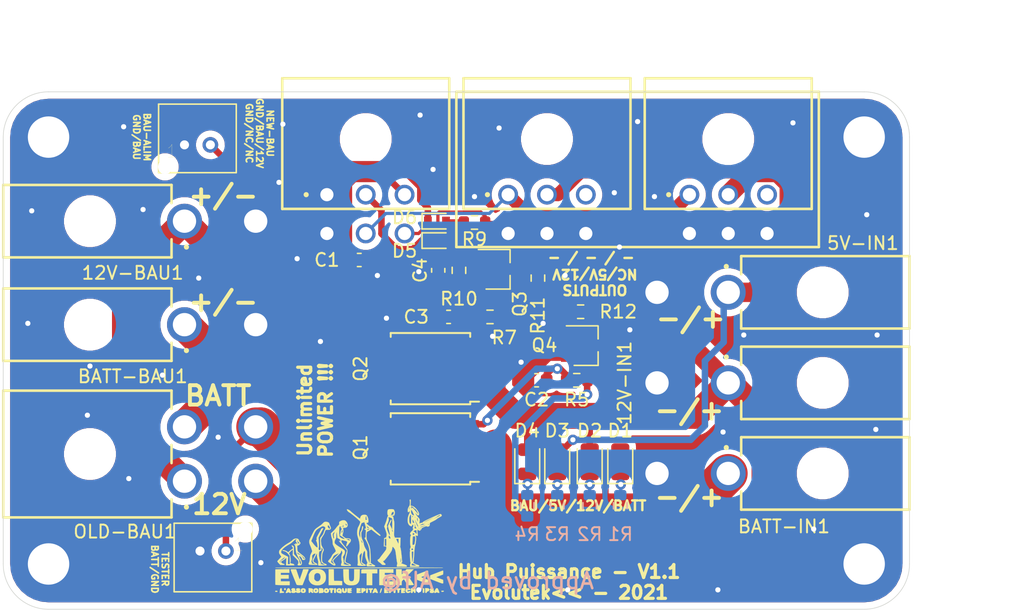
<source format=kicad_pcb>
(kicad_pcb (version 20171130) (host pcbnew "(5.1.8)-1")
  (layers (0 F.Cu signal) (31 B.Cu signal) (34 B.Paste user) (35 F.Paste user) (36 B.SilkS user) (37 F.SilkS user) (38 B.Mask user) (39 F.Mask user) (44 Edge.Cuts user))
  (net 0 "")
  (net 1 /12V-BAU)
  (net 2 GND)
  (net 3 +12V)
  (net 4 +5V)
  (net 5 /BATT-BAU)
  (net 6 +BATT)
  (net 7 "Net-(C2-Pad1)")
  (net 8 "Net-(D1-Pad1)")
  (net 9 "Net-(D2-Pad1)")
  (net 10 "Net-(D3-Pad1)")
  (net 11 "Net-(D4-Pad1)")
  (net 12 /BAU)
  (net 13 "Net-(C3-Pad1)")
  (net 14 "Net-(BAU-ALIM1-Pad2)")
  (net 15 "Net-(C4-Pad1)")
  (net 16 "Net-(D5-Pad1)")
  (net 17 "Net-(Q3-Pad3)")
  (net 18 +12P)
  (module ComponentsEvo:logo-evo-min (layer F.Cu) (at 47.6 55)
    (fp_text reference G*** hide)
    (fp_text value LOGO hide)
  )
  (module MountingHole:MountingHole_3.2mm_M3_DIN965_Pad (layer F.Cu) (at 23.5 23.5)
    (fp_text reference REF** hide)
    (fp_text value MountingHole_3.2mm_M3_DIN965_Pad)
    (pad 1 thru_hole circle (at 0 0) (size 5.6 5.6) (drill 3.2) (layers *.Cu *.Mask) (net 2 GND))
  )
  (module MountingHole:MountingHole_3.2mm_M3_DIN965_Pad (layer F.Cu) (at 23.5 56.5)
    (fp_text reference REF** hide)
    (fp_text value MountingHole_3.2mm_M3_DIN965_Pad)
    (pad 1 thru_hole circle (at 0 0) (size 5.6 5.6) (drill 3.2) (layers *.Cu *.Mask) (net 2 GND))
  )
  (module MountingHole:MountingHole_3.2mm_M3_DIN965_Pad (layer F.Cu) (at 86.5 56.5)
    (fp_text reference REF** hide)
    (fp_text value MountingHole_3.2mm_M3_DIN965_Pad)
    (pad 1 thru_hole circle (at 0 0) (size 5.6 5.6) (drill 3.2) (layers *.Cu *.Mask) (net 2 GND))
  )
  (module MountingHole:MountingHole_3.2mm_M3_DIN965_Pad (layer F.Cu) (at 86.5 23.5)
    (fp_text reference REF** hide)
    (fp_text value MountingHole_3.2mm_M3_DIN965_Pad)
    (pad 1 thru_hole circle (at 0 0) (size 5.6 5.6) (drill 3.2) (layers *.Cu *.Mask) (net 2 GND))
  )
  (module ComponentsEvo:PowerPak-SO8_5.15x6.15mm_Pitch1.27mm (layer F.Cu) (at 53 47.6 180)
    (fp_text reference Q1 (at 5.4 0.1 90) (layer F.SilkS))
    (fp_text value Q_NMOS_SGD)
    (pad 3 smd rect (at 0.68 0 180) (size 3.81 3.81) (layers F.Cu F.Paste F.Mask) (net 5 /BATT-BAU))
    (pad 3 smd rect (at 2.885 -1.905 180) (size 1.7 0.65) (layers F.Cu F.Paste F.Mask) (net 5 /BATT-BAU))
    (pad 3 smd rect (at 2.885 -0.635 180) (size 1.7 0.65) (layers F.Cu F.Paste F.Mask) (net 5 /BATT-BAU))
    (pad 3 smd rect (at 2.885 0.635 180) (size 1.7 0.65) (layers F.Cu F.Paste F.Mask) (net 5 /BATT-BAU))
    (pad 3 smd rect (at 2.885 1.905 180) (size 1.7 0.65) (layers F.Cu F.Paste F.Mask) (net 5 /BATT-BAU))
    (pad 2 smd rect (at -2.885 1.905 180) (size 1.7 0.65) (layers F.Cu F.Paste F.Mask) (net 7 "Net-(C2-Pad1)"))
    (pad 1 smd rect (at -2.885 0.635 180) (size 1.7 0.65) (layers F.Cu F.Paste F.Mask) (net 6 +BATT))
    (pad 1 smd rect (at -2.885 -0.635 180) (size 1.7 0.65) (layers F.Cu F.Paste F.Mask) (net 6 +BATT))
    (pad 1 smd rect (at -2.885 -1.905 180) (size 1.7 0.65) (layers F.Cu F.Paste F.Mask) (net 6 +BATT))
  )
  (module LED_SMD:LED_0805_2012Metric (layer F.Cu) (at 62.792 48.6 90)
    (fp_text reference D3 (at 2.4 0 180) (layer F.SilkS))
    (fp_text value RED)
    (pad 2 smd roundrect (at 0.9375 0 90) (size 0.975 1.4) (layers F.Cu F.Paste F.Mask) (net 4 +5V))
    (pad 1 smd roundrect (at -0.9375 0 90) (size 0.975 1.4) (layers F.Cu F.Paste F.Mask) (net 10 "Net-(D3-Pad1)"))
  )
  (module LED_SMD:LED_0805_2012Metric (layer F.Cu) (at 60.476 48.6 90)
    (fp_text reference D4 (at 2.4 0 180) (layer F.SilkS))
    (fp_text value YELLOW)
    (pad 1 smd roundrect (at -0.9375 0 90) (size 0.975 1.4) (layers F.Cu F.Paste F.Mask) (net 11 "Net-(D4-Pad1)"))
    (pad 2 smd roundrect (at 0.9375 0 90) (size 0.975 1.4) (layers F.Cu F.Paste F.Mask) (net 3 +12V))
  )
  (module Resistor_SMD:R_0603_1608Metric (layer B.Cu) (at 65.3 52 270)
    (fp_text reference R2 (at 2.2 0) (layer B.SilkS) (effects (justify mirror)))
    (fp_text value 510)
    (pad 2 smd roundrect (at 0.825 0 270) (size 0.8 0.95) (layers B.Cu B.Paste B.Mask) (net 2 GND))
    (pad 1 smd roundrect (at -0.825 0 270) (size 0.8 0.95) (layers B.Cu B.Paste B.Mask) (net 9 "Net-(D2-Pad1)"))
  )
  (module Resistor_SMD:R_0603_1608Metric (layer B.Cu) (at 62.792 52 270)
    (fp_text reference R3 (at 2.2 0) (layer B.SilkS) (effects (justify mirror)))
    (fp_text value 150)
    (pad 1 smd roundrect (at -0.825 0 270) (size 0.8 0.95) (layers B.Cu B.Paste B.Mask) (net 10 "Net-(D3-Pad1)"))
    (pad 2 smd roundrect (at 0.825 0 270) (size 0.8 0.95) (layers B.Cu B.Paste B.Mask) (net 2 GND))
  )
  (module Resistor_SMD:R_0603_1608Metric (layer B.Cu) (at 60.476 52 270)
    (fp_text reference R4 (at 2.2 0) (layer B.SilkS) (effects (justify mirror)))
    (fp_text value 510)
    (pad 2 smd roundrect (at 0.825 0 270) (size 0.8 0.95) (layers B.Cu B.Paste B.Mask) (net 12 /BAU))
    (pad 1 smd roundrect (at -0.825 0 270) (size 0.8 0.95) (layers B.Cu B.Paste B.Mask) (net 11 "Net-(D4-Pad1)"))
  )
  (module LED_SMD:LED_0805_2012Metric (layer F.Cu) (at 65.3 48.6 90)
    (fp_text reference D2 (at 2.4 0 180) (layer F.SilkS))
    (fp_text value RED)
    (pad 1 smd roundrect (at -0.9375 0 90) (size 0.975 1.4) (layers F.Cu F.Paste F.Mask) (net 9 "Net-(D2-Pad1)"))
    (pad 2 smd roundrect (at 0.9375 0 90) (size 0.975 1.4) (layers F.Cu F.Paste F.Mask) (net 3 +12V))
  )
  (module LED_SMD:LED_0805_2012Metric (layer F.Cu) (at 67.662 48.6 90)
    (fp_text reference D1 (at 2.4 0 180) (layer F.SilkS))
    (fp_text value RED)
    (pad 2 smd roundrect (at 0.9375 0 90) (size 0.975 1.4) (layers F.Cu F.Paste F.Mask) (net 6 +BATT))
    (pad 1 smd roundrect (at -0.9375 0 90) (size 0.975 1.4) (layers F.Cu F.Paste F.Mask) (net 8 "Net-(D1-Pad1)"))
  )
  (module Resistor_SMD:R_0603_1608Metric (layer B.Cu) (at 67.662 52 270)
    (fp_text reference R1 (at 2.2 0) (layer B.SilkS) (effects (justify mirror)))
    (fp_text value 820)
    (pad 2 smd roundrect (at 0.825 0 270) (size 0.8 0.95) (layers B.Cu B.Paste B.Mask) (net 2 GND))
    (pad 1 smd roundrect (at -0.825 0 270) (size 0.8 0.95) (layers B.Cu B.Paste B.Mask) (net 8 "Net-(D1-Pad1)"))
  )
  (module ComponentsEvo:PowerPak-SO8_5.15x6.15mm_Pitch1.27mm (layer F.Cu) (at 53 41.4 180)
    (fp_text reference Q2 (at 5.4 0 90) (layer F.SilkS))
    (fp_text value Q_NMOS_SGD)
    (pad 1 smd rect (at -2.885 -1.905 180) (size 1.7 0.65) (layers F.Cu F.Paste F.Mask) (net 3 +12V))
    (pad 1 smd rect (at -2.885 -0.635 180) (size 1.7 0.65) (layers F.Cu F.Paste F.Mask) (net 3 +12V))
    (pad 1 smd rect (at -2.885 0.635 180) (size 1.7 0.65) (layers F.Cu F.Paste F.Mask) (net 3 +12V))
    (pad 2 smd rect (at -2.885 1.905 180) (size 1.7 0.65) (layers F.Cu F.Paste F.Mask) (net 13 "Net-(C3-Pad1)"))
    (pad 3 smd rect (at 2.885 1.905 180) (size 1.7 0.65) (layers F.Cu F.Paste F.Mask) (net 1 /12V-BAU))
    (pad 3 smd rect (at 2.885 0.635 180) (size 1.7 0.65) (layers F.Cu F.Paste F.Mask) (net 1 /12V-BAU))
    (pad 3 smd rect (at 2.885 -0.635 180) (size 1.7 0.65) (layers F.Cu F.Paste F.Mask) (net 1 /12V-BAU))
    (pad 3 smd rect (at 2.885 -1.905 180) (size 1.7 0.65) (layers F.Cu F.Paste F.Mask) (net 1 /12V-BAU))
    (pad 3 smd rect (at 0.68 0 180) (size 3.81 3.81) (layers F.Cu F.Paste F.Mask) (net 1 /12V-BAU))
  )
  (module ConnectorsEvo:66200621022 (layer F.Cu) (at 76 24 180)
    (fp_text reference OUT1 hide)
    (fp_text value Conn_01x06_Male)
    (pad 1 thru_hole circle (at 3 -3.95 180) (size 1.53 1.53) (drill 1.02) (layers *.Cu *.Mask) (net 3 +12V))
    (pad 4 thru_hole circle (at 3 -6.95 180) (size 1.53 1.53) (drill 1.02) (layers *.Cu *.Mask) (net 2 GND))
    (pad 2 thru_hole circle (at 0 -3.95 180) (size 1.53 1.53) (drill 1.02) (layers *.Cu *.Mask) (net 4 +5V))
    (pad 5 thru_hole circle (at 0 -6.95 180) (size 1.53 1.53) (drill 1.02) (layers *.Cu *.Mask) (net 2 GND))
    (pad 3 thru_hole circle (at -3 -3.95 180) (size 1.53 1.53) (drill 1.02) (layers *.Cu *.Mask))
    (pad 6 thru_hole circle (at -3 -6.95 180) (size 1.53 1.53) (drill 1.02) (layers *.Cu *.Mask) (net 2 GND))
    (pad None np_thru_hole circle (at 0 0.35 180) (size 3 3) (drill 3) (layers *.Cu *.Mask))
  )
  (module Package_TO_SOT_SMD:TSOT-23 (layer F.Cu) (at 58.2 33.7)
    (fp_text reference Q3 (at 1.7 2.7 270) (layer F.SilkS))
    (fp_text value Q_NMOS_GSD)
    (pad 1 smd rect (at -1.31 -0.95) (size 1.22 0.65) (layers F.Cu F.Paste F.Mask) (net 15 "Net-(C4-Pad1)"))
    (pad 2 smd rect (at -1.31 0.95) (size 1.22 0.65) (layers F.Cu F.Paste F.Mask) (net 2 GND))
    (pad 3 smd rect (at 1.31 0) (size 1.22 0.65) (layers F.Cu F.Paste F.Mask) (net 17 "Net-(Q3-Pad3)"))
  )
  (module Resistor_SMD:R_0603_1608Metric (layer F.Cu) (at 55.2 33.8 90)
    (fp_text reference R10 (at -2.2 0) (layer F.SilkS))
    (fp_text value 1k)
    (pad 1 smd roundrect (at -0.825 0 90) (size 0.8 0.95) (layers F.Cu F.Paste F.Mask) (net 2 GND))
    (pad 2 smd roundrect (at 0.825 0 90) (size 0.8 0.95) (layers F.Cu F.Paste F.Mask) (net 15 "Net-(C4-Pad1)"))
  )
  (module ConnectorsEvo:649002227222 (layer F.Cu) (at 26.5 38 270)
    (fp_text reference BATT-BAU1 (at 4 -3.5 unlocked) (layer F.SilkS))
    (fp_text value Conn_01x02_Male)
    (pad None np_thru_hole circle (at 0 -0.2 270) (size 3 3) (drill 3) (layers *.Cu *.Mask))
    (pad 2 thru_hole circle (at 0 -13 270) (size 2.7 2.7) (drill 1.8) (layers *.Cu *.Mask) (net 2 GND))
    (pad 1 thru_hole circle (at 0 -7.5 270) (size 2.7 2.7) (drill 1.8) (layers *.Cu *.Mask) (net 5 /BATT-BAU))
  )
  (module ConnectorsEvo:649002227222 (layer F.Cu) (at 26.5 30 270)
    (fp_text reference 12V-BAU1 (at 4 -3.5 unlocked) (layer F.SilkS))
    (fp_text value Conn_01x02_Male)
    (pad 1 thru_hole circle (at 0 -7.5 270) (size 2.7 2.7) (drill 1.8) (layers *.Cu *.Mask) (net 1 /12V-BAU))
    (pad 2 thru_hole circle (at 0 -13 270) (size 2.7 2.7) (drill 1.8) (layers *.Cu *.Mask) (net 2 GND))
    (pad None np_thru_hole circle (at 0 -0.2 270) (size 3 3) (drill 3) (layers *.Cu *.Mask))
  )
  (module ConnectorsEvo:649002227222 (layer F.Cu) (at 83.5 42.5 90)
    (fp_text reference 12V-IN1 (at 0 -15.5 90) (layer F.SilkS))
    (fp_text value Conn_01x02_Male)
    (pad None np_thru_hole circle (at 0 -0.2 90) (size 3 3) (drill 3) (layers *.Cu *.Mask))
    (pad 2 thru_hole circle (at 0 -13 90) (size 2.7 2.7) (drill 1.8) (layers *.Cu *.Mask) (net 2 GND))
    (pad 1 thru_hole circle (at 0 -7.5 90) (size 2.7 2.7) (drill 1.8) (layers *.Cu *.Mask) (net 3 +12V))
  )
  (module ConnectorsEvo:649002227222 (layer F.Cu) (at 83.5 35.5 90)
    (fp_text reference 5V-IN1 (at 3.8 2.9 180) (layer F.SilkS))
    (fp_text value Conn_01x02_Male)
    (pad 1 thru_hole circle (at 0 -7.5 90) (size 2.7 2.7) (drill 1.8) (layers *.Cu *.Mask) (net 4 +5V))
    (pad 2 thru_hole circle (at 0 -13 90) (size 2.7 2.7) (drill 1.8) (layers *.Cu *.Mask) (net 2 GND))
    (pad None np_thru_hole circle (at 0 -0.2 90) (size 3 3) (drill 3) (layers *.Cu *.Mask))
  )
  (module ConnectorsEvo:649002227222 (layer F.Cu) (at 83.5 49.5 90)
    (fp_text reference BATT-IN1 (at -4.1 -3.2 180) (layer F.SilkS))
    (fp_text value Conn_01x02_Male)
    (pad None np_thru_hole circle (at 0 -0.2 90) (size 3 3) (drill 3) (layers *.Cu *.Mask))
    (pad 2 thru_hole circle (at 0 -13 90) (size 2.7 2.7) (drill 1.8) (layers *.Cu *.Mask) (net 2 GND))
    (pad 1 thru_hole circle (at 0 -7.5 90) (size 2.7 2.7) (drill 1.8) (layers *.Cu *.Mask) (net 6 +BATT))
  )
  (module Capacitor_SMD:C_0603_1608Metric (layer F.Cu) (at 47.5 33 180)
    (fp_text reference C1 (at 2.5 0) (layer F.SilkS))
    (fp_text value 100nF)
    (pad 2 smd roundrect (at 0.775 0 180) (size 0.9 0.95) (layers F.Cu F.Paste F.Mask) (net 1 /12V-BAU))
    (pad 1 smd roundrect (at -0.775 0 180) (size 0.9 0.95) (layers F.Cu F.Paste F.Mask) (net 2 GND))
  )
  (module Capacitor_SMD:C_0603_1608Metric (layer F.Cu) (at 61.2 42.3 180)
    (fp_text reference C2 (at 0 -1.5) (layer F.SilkS))
    (fp_text value 100nF)
    (pad 1 smd roundrect (at -0.775 0 180) (size 0.9 0.95) (layers F.Cu F.Paste F.Mask) (net 7 "Net-(C2-Pad1)"))
    (pad 2 smd roundrect (at 0.775 0 180) (size 0.9 0.95) (layers F.Cu F.Paste F.Mask) (net 2 GND))
  )
  (module ConnectorsEvo:649004227222 (layer F.Cu) (at 26.5 48 270)
    (fp_text reference OLD-BAU1 (at 6 -2.9 unlocked) (layer F.SilkS))
    (fp_text value Conn_01x04_Male)
    (pad None np_thru_hole circle (at 0 -0.2 270) (size 3 3) (drill 3) (layers *.Cu *.Mask))
    (pad 4 thru_hole circle (at -2.1 -13 270) (size 2.7 2.7) (drill 1.8) (layers *.Cu *.Mask) (net 6 +BATT))
    (pad 2 thru_hole circle (at -2.1 -7.5 270) (size 2.7 2.7) (drill 1.8) (layers *.Cu *.Mask) (net 5 /BATT-BAU))
    (pad 3 thru_hole circle (at 2.1 -13 270) (size 2.7 2.7) (drill 1.8) (layers *.Cu *.Mask) (net 3 +12V))
    (pad 1 thru_hole circle (at 2.1 -7.5 270) (size 2.7 2.7) (drill 1.8) (layers *.Cu *.Mask) (net 1 /12V-BAU))
  )
  (module ConnectorsEvo:66200621022 (layer F.Cu) (at 62 24 180)
    (fp_text reference OUT2 hide)
    (fp_text value Conn_01x06_Male)
    (pad None np_thru_hole circle (at 0 0.35 180) (size 3 3) (drill 3) (layers *.Cu *.Mask))
    (pad 6 thru_hole circle (at -3 -6.95 180) (size 1.53 1.53) (drill 1.02) (layers *.Cu *.Mask) (net 2 GND))
    (pad 3 thru_hole circle (at -3 -3.95 180) (size 1.53 1.53) (drill 1.02) (layers *.Cu *.Mask))
    (pad 5 thru_hole circle (at 0 -6.95 180) (size 1.53 1.53) (drill 1.02) (layers *.Cu *.Mask) (net 2 GND))
    (pad 2 thru_hole circle (at 0 -3.95 180) (size 1.53 1.53) (drill 1.02) (layers *.Cu *.Mask) (net 4 +5V))
    (pad 4 thru_hole circle (at 3 -6.95 180) (size 1.53 1.53) (drill 1.02) (layers *.Cu *.Mask) (net 2 GND))
    (pad 1 thru_hole circle (at 3 -3.95 180) (size 1.53 1.53) (drill 1.02) (layers *.Cu *.Mask) (net 3 +12V))
  )
  (module Resistor_SMD:R_0603_1608Metric (layer F.Cu) (at 64.3 42.3 180)
    (fp_text reference R5 (at 0 -1.5 180) (layer F.SilkS))
    (fp_text value 510)
    (pad 1 smd roundrect (at -0.825 0 180) (size 0.8 0.95) (layers F.Cu F.Paste F.Mask) (net 12 /BAU))
    (pad 2 smd roundrect (at 0.825 0 180) (size 0.8 0.95) (layers F.Cu F.Paste F.Mask) (net 7 "Net-(C2-Pad1)"))
  )
  (module Capacitor_SMD:C_0603_1608Metric (layer F.Cu) (at 54.4 37.4 180)
    (fp_text reference C3 (at 2.5 0) (layer F.SilkS))
    (fp_text value 100nF)
    (pad 1 smd roundrect (at -0.775 0 180) (size 0.9 0.95) (layers F.Cu F.Paste F.Mask) (net 13 "Net-(C3-Pad1)"))
    (pad 2 smd roundrect (at 0.775 0 180) (size 0.9 0.95) (layers F.Cu F.Paste F.Mask) (net 2 GND))
  )
  (module Resistor_SMD:R_0603_1608Metric (layer F.Cu) (at 57.6 37.4 180)
    (fp_text reference R7 (at -1.1 -1.6) (layer F.SilkS))
    (fp_text value 510)
    (pad 2 smd roundrect (at 0.825 0 180) (size 0.8 0.95) (layers F.Cu F.Paste F.Mask) (net 13 "Net-(C3-Pad1)"))
    (pad 1 smd roundrect (at -0.825 0 180) (size 0.8 0.95) (layers F.Cu F.Paste F.Mask) (net 12 /BAU))
  )
  (module ConnectorsEvo:66200621022 (layer F.Cu) (at 48 24 180)
    (fp_text reference NEW-BAU1 hide)
    (fp_text value Conn_01x06_Male)
    (pad None np_thru_hole circle (at 0 0.35 180) (size 3 3) (drill 3) (layers *.Cu *.Mask))
    (pad 6 thru_hole circle (at -3 -6.95 180) (size 1.53 1.53) (drill 1.02) (layers *.Cu *.Mask) (net 18 +12P))
    (pad 3 thru_hole circle (at -3 -3.95 180) (size 1.53 1.53) (drill 1.02) (layers *.Cu *.Mask) (net 1 /12V-BAU))
    (pad 5 thru_hole circle (at 0 -6.95 180) (size 1.53 1.53) (drill 1.02) (layers *.Cu *.Mask) (net 3 +12V))
    (pad 2 thru_hole circle (at 0 -3.95 180) (size 1.53 1.53) (drill 1.02) (layers *.Cu *.Mask) (net 16 "Net-(D5-Pad1)"))
    (pad 4 thru_hole circle (at 3 -6.95 180) (size 1.53 1.53) (drill 1.02) (layers *.Cu *.Mask) (net 2 GND))
    (pad 1 thru_hole circle (at 3 -3.95 180) (size 1.53 1.53) (drill 1.02) (layers *.Cu *.Mask) (net 2 GND))
  )
  (module ConnectorsEvo:B02B-PASK (layer F.Cu) (at 35 24.1 180)
    (fp_text reference BAU-ALIM1 hide)
    (fp_text value Conn_01x02_Male)
    (fp_text user 1 (at 1.968 -0.5) (layer F.SilkS) (effects (font (thickness 0.015))))
    (pad None np_thru_hole circle (at 2.5 -1.7 180) (size 1.1 1.1) (drill 1.1) (layers *.Cu *.Mask))
    (pad 2 thru_hole circle (at -1 0 180) (size 1.208 1.208) (drill 0.7) (layers *.Cu *.Mask) (net 14 "Net-(BAU-ALIM1-Pad2)"))
    (pad 1 thru_hole circle (at 1 0 180) (size 1.208 1.208) (drill 0.7) (layers *.Cu *.Mask B.Adhes) (net 2 GND))
  )
  (module Capacitor_SMD:C_0603_1608Metric (layer F.Cu) (at 53.6 33.8 270)
    (fp_text reference C4 (at 0 1.4 90) (layer F.SilkS))
    (fp_text value 100nF)
    (pad 2 smd roundrect (at 0.775 0 270) (size 0.9 0.95) (layers F.Cu F.Paste F.Mask) (net 2 GND))
    (pad 1 smd roundrect (at -0.775 0 270) (size 0.9 0.95) (layers F.Cu F.Paste F.Mask) (net 15 "Net-(C4-Pad1)"))
  )
  (module Diode_SMD:D_SOD-523 (layer F.Cu) (at 53.5 31.5)
    (fp_text reference D5 (at -2.5 0.8) (layer F.SilkS))
    (fp_text value D)
    (pad 1 smd rect (at -0.7 0 180) (size 0.6 0.7) (layers F.Cu F.Paste F.Mask) (net 16 "Net-(D5-Pad1)"))
    (pad 2 smd rect (at 0.7 0 180) (size 0.6 0.7) (layers F.Cu F.Paste F.Mask) (net 15 "Net-(C4-Pad1)"))
  )
  (module Diode_SMD:D_SOD-523 (layer F.Cu) (at 53.5 30)
    (fp_text reference D6 (at -2.5 -0.3) (layer F.SilkS))
    (fp_text value D)
    (pad 2 smd rect (at 0.7 0 180) (size 0.6 0.7) (layers F.Cu F.Paste F.Mask) (net 15 "Net-(C4-Pad1)"))
    (pad 1 smd rect (at -0.7 0 180) (size 0.6 0.7) (layers F.Cu F.Paste F.Mask) (net 14 "Net-(BAU-ALIM1-Pad2)"))
  )
  (module Resistor_SMD:R_0603_1608Metric (layer F.Cu) (at 56.4 30.1)
    (fp_text reference R9 (at 0 1.3) (layer F.SilkS))
    (fp_text value 1k)
    (pad 2 smd roundrect (at 0.825 0) (size 0.8 0.95) (layers F.Cu F.Paste F.Mask) (net 18 +12P))
    (pad 1 smd roundrect (at -0.825 0) (size 0.8 0.95) (layers F.Cu F.Paste F.Mask) (net 15 "Net-(C4-Pad1)"))
  )
  (module Resistor_SMD:R_0603_1608Metric (layer F.Cu) (at 61.3 34.4 90)
    (fp_text reference R11 (at -2.9 0 90) (layer F.SilkS))
    (fp_text value 1k)
    (pad 1 smd roundrect (at -0.825 0 90) (size 0.8 0.95) (layers F.Cu F.Paste F.Mask) (net 17 "Net-(Q3-Pad3)"))
    (pad 2 smd roundrect (at 0.825 0 90) (size 0.8 0.95) (layers F.Cu F.Paste F.Mask) (net 18 +12P))
  )
  (module ConnectorsEvo:B02B-PASK (layer F.Cu) (at 36.2 55.5)
    (fp_text reference Tester1 hide)
    (fp_text value Conn_01x02_Male)
    (fp_text user 1 (at 1.968 -0.5) (layer F.SilkS) (effects (font (thickness 0.015))))
    (pad 1 thru_hole circle (at 1 0) (size 1.208 1.208) (drill 0.7) (layers *.Cu *.Mask B.Adhes) (net 6 +BATT))
    (pad 2 thru_hole circle (at -1 0) (size 1.208 1.208) (drill 0.7) (layers *.Cu *.Mask) (net 2 GND))
    (pad None np_thru_hole circle (at 2.5 -1.7) (size 1.1 1.1) (drill 1.1) (layers *.Cu *.Mask))
  )
  (module Package_TO_SOT_SMD:TSOT-23 (layer F.Cu) (at 65 39.6)
    (fp_text reference Q4 (at -3.2 0) (layer F.SilkS))
    (fp_text value Q_NMOS_GSD)
    (pad 1 smd rect (at -1.31 -0.95) (size 1.22 0.65) (layers F.Cu F.Paste F.Mask) (net 17 "Net-(Q3-Pad3)"))
    (pad 2 smd rect (at -1.31 0.95) (size 1.22 0.65) (layers F.Cu F.Paste F.Mask) (net 2 GND))
    (pad 3 smd rect (at 1.31 0) (size 1.22 0.65) (layers F.Cu F.Paste F.Mask) (net 12 /BAU))
  )
  (module Resistor_SMD:R_0603_1608Metric (layer F.Cu) (at 64.6 37 180)
    (fp_text reference R12 (at -2.9 0) (layer F.SilkS))
    (fp_text value 1k)
    (pad 2 smd roundrect (at 0.825 0 180) (size 0.8 0.95) (layers F.Cu F.Paste F.Mask) (net 17 "Net-(Q3-Pad3)"))
    (pad 1 smd roundrect (at -0.825 0 180) (size 0.8 0.95) (layers F.Cu F.Paste F.Mask) (net 2 GND))
  )
  (gr_text BAU/5V/12V/BATT (at 64.4 52) (layer F.SilkS) (effects (font (size 0.75 0.75) (thickness 0.1875))))
  (gr_text "TESTER\nBATT/GND" (at 32.1 56.9 270) (layer F.SilkS) (effects (font (size 0.5 0.5) (thickness 0.125))))
  (gr_text "BAU-ALIM\nGND/BAU\n" (at 30.7 23.5 270) (layer F.SilkS) (effects (font (size 0.5 0.5) (thickness 0.125))))
  (gr_text +/- (at 73.1 37.7 180) (layer F.SilkS) (effects (font (size 1.5 1.5) (thickness 0.3))))
  (gr_text "OUTPUTS\nNC/5V/12V\n - / - / -" (at 65.7 34.1 180) (layer F.SilkS) (effects (font (size 0.75 0.75) (thickness 0.1875))))
  (gr_text "NEW-BAU\nGND/BAU/12V\nGND/NC/NC" (at 39.8 23.2 270) (layer F.SilkS) (effects (font (size 0.5 0.5) (thickness 0.125))))
  (gr_text +/- (at 73 51.5 180) (layer F.SilkS) (effects (font (size 1.5 1.5) (thickness 0.3))))
  (gr_text +/- (at 73 44.8 180) (layer F.SilkS) (effects (font (size 1.5 1.5) (thickness 0.3))))
  (gr_text 12V (at 36.7 51.9) (layer F.SilkS) (effects (font (size 1.5 1.5) (thickness 0.3))))
  (gr_text BATT (at 36.6 43.5) (layer F.SilkS) (effects (font (size 1.5 1.5) (thickness 0.3))))
  (gr_text +/- (at 37 36.2) (layer F.SilkS) (effects (font (size 1.5 1.5) (thickness 0.3))))
  (gr_text +/- (at 37 28) (layer F.SilkS) (effects (font (size 1.5 1.5) (thickness 0.3))))
  (gr_text "Approved by Alf@" (at 57.4 57.8) (layer B.SilkS) (effects (font (size 1.25 1.25) (thickness 0.2)) (justify mirror)))
  (gr_text "Unlimited\nPOWER !!!" (at 44.1 44.6 90) (layer F.SilkS) (effects (font (size 1 1) (thickness 0.25))))
  (gr_text "Hub Puissance - V1.1\nEvolutek<< - 2021" (at 63.7 57.9) (layer F.SilkS) (effects (font (size 1 1) (thickness 0.25))))
  (gr_line (start 55 20) (end 83 20) (layer F.SilkS) (width 0.2))
  (gr_line (start 55 32) (end 55 20) (layer F.SilkS) (width 0.2))
  (gr_line (start 83 32) (end 55 32) (layer F.SilkS) (width 0.2))
  (gr_line (start 83 20) (end 83 32) (layer F.SilkS) (width 0.2))
  (gr_arc (start 23.5 56.5) (end 20 56.5) (angle -90) (layer Edge.Cuts) (width 0.05))
  (gr_arc (start 23.5 23.5) (end 23.5 20) (angle -90) (layer Edge.Cuts) (width 0.05))
  (gr_arc (start 86.5 23.5) (end 90 23.5) (angle -90) (layer Edge.Cuts) (width 0.05))
  (gr_arc (start 86.5 56.5) (end 86.5 60) (angle -90) (layer Edge.Cuts) (width 0.05))
  (gr_line (start 20 56.5) (end 20 23.5) (layer Edge.Cuts) (width 0.05))
  (gr_line (start 86.5 60) (end 23.5 60) (layer Edge.Cuts) (width 0.05))
  (gr_line (start 90 23.5) (end 90 56.5) (layer Edge.Cuts) (width 0.05))
  (gr_line (start 23.5 20) (end 86.5 20) (layer Edge.Cuts) (width 0.05))
  (segment (start 29.400001 45.500001) (end 34 50.1) (width 2) (layer F.Cu) (net 1))
  (segment (start 29.400001 34.599999) (end 29.400001 45.500001) (width 2) (layer F.Cu) (net 1))
  (segment (start 34 30) (end 29.400001 34.599999) (width 2) (layer F.Cu) (net 1))
  (segment (start 39.100001 35.100001) (end 43.800001 35.100001) (width 2) (layer F.Cu) (net 1))
  (segment (start 34 30) (end 39.100001 35.100001) (width 2) (layer F.Cu) (net 1))
  (segment (start 43.800001 35.100001) (end 48.1 39.4) (width 2) (layer F.Cu) (net 1))
  (segment (start 48.195 39.495) (end 48.1 39.4) (width 1.5) (layer F.Cu) (net 1))
  (segment (start 50.115 39.495) (end 48.195 39.495) (width 1.5) (layer F.Cu) (net 1))
  (segment (start 48.135 40.765) (end 48.1 40.8) (width 1.5) (layer F.Cu) (net 1))
  (segment (start 50.115 40.765) (end 48.135 40.765) (width 1.5) (layer F.Cu) (net 1))
  (segment (start 48.1 40.8) (end 48.1 43) (width 2) (layer F.Cu) (net 1))
  (segment (start 48.1 39.4) (end 48.1 40.8) (width 2) (layer F.Cu) (net 1))
  (segment (start 49.335 42.035) (end 48.1 40.8) (width 1.5) (layer F.Cu) (net 1))
  (segment (start 50.115 42.035) (end 49.335 42.035) (width 1.5) (layer F.Cu) (net 1))
  (segment (start 48.405 43.305) (end 48.1 43) (width 1.5) (layer F.Cu) (net 1))
  (segment (start 50.115 43.305) (end 48.405 43.305) (width 1.5) (layer F.Cu) (net 1))
  (segment (start 51.72 40.8) (end 52.32 41.4) (width 1.5) (layer F.Cu) (net 1))
  (segment (start 48.1 40.8) (end 51.72 40.8) (width 1.5) (layer F.Cu) (net 1))
  (segment (start 46.7 32.975) (end 46.725 33) (width 0.5) (layer F.Cu) (net 1))
  (segment (start 46.7 27.169998) (end 46.7 32.975) (width 0.5) (layer F.Cu) (net 1))
  (segment (start 47.134999 26.734999) (end 46.7 27.169998) (width 0.5) (layer F.Cu) (net 1))
  (segment (start 49.784999 26.734999) (end 47.134999 26.734999) (width 0.5) (layer F.Cu) (net 1))
  (segment (start 51 27.95) (end 49.784999 26.734999) (width 0.5) (layer F.Cu) (net 1))
  (segment (start 44.624999 35.100001) (end 43.800001 35.100001) (width 0.5) (layer F.Cu) (net 1))
  (segment (start 46.725 33) (end 44.624999 35.100001) (width 0.5) (layer F.Cu) (net 1))
  (via (at 48.9 34.2) (size 0.8) (drill 0.4) (layers F.Cu B.Cu) (net 2))
  (via (at 56.4 28.1) (size 0.8) (drill 0.4) (layers F.Cu B.Cu) (net 2))
  (via (at 53.2 26) (size 0.8) (drill 0.4) (layers F.Cu B.Cu) (net 2))
  (via (at 63.4 34.2) (size 0.8) (drill 0.4) (layers F.Cu B.Cu) (net 2))
  (via (at 70.3 28.1) (size 0.8) (drill 0.4) (layers F.Cu B.Cu) (net 2))
  (via (at 67.2 27.8) (size 0.8) (drill 0.4) (layers F.Cu B.Cu) (net 2))
  (via (at 69 22.3) (size 0.8) (drill 0.4) (layers F.Cu B.Cu) (net 2))
  (via (at 81 22.4) (size 0.8) (drill 0.4) (layers F.Cu B.Cu) (net 2))
  (via (at 86.7 29.5) (size 0.8) (drill 0.4) (layers F.Cu B.Cu) (net 2))
  (via (at 77.2 38.8) (size 0.8) (drill 0.4) (layers F.Cu B.Cu) (net 2))
  (via (at 87.5 38.8) (size 0.8) (drill 0.4) (layers F.Cu B.Cu) (net 2))
  (via (at 87.4 46.1) (size 0.8) (drill 0.4) (layers F.Cu B.Cu) (net 2))
  (via (at 75.2 58.5) (size 0.8) (drill 0.4) (layers F.Cu B.Cu) (net 2))
  (via (at 63.6 58.5) (size 0.8) (drill 0.4) (layers F.Cu B.Cu) (net 2))
  (via (at 52.1 58.5) (size 0.8) (drill 0.4) (layers F.Cu B.Cu) (net 2))
  (via (at 39.9 56.4) (size 0.8) (drill 0.4) (layers F.Cu B.Cu) (net 2))
  (via (at 29.7 49.9) (size 0.8) (drill 0.4) (layers F.Cu B.Cu) (net 2))
  (via (at 26.5 45) (size 0.8) (drill 0.4) (layers F.Cu B.Cu) (net 2))
  (via (at 26.7 41.2) (size 0.8) (drill 0.4) (layers F.Cu B.Cu) (net 2))
  (via (at 21.9 37.9) (size 0.8) (drill 0.4) (layers F.Cu B.Cu) (net 2))
  (via (at 22.2 29.2) (size 0.8) (drill 0.4) (layers F.Cu B.Cu) (net 2))
  (via (at 30.8 29.1) (size 0.8) (drill 0.4) (layers F.Cu B.Cu) (net 2))
  (via (at 41.6 22.5) (size 0.8) (drill 0.4) (layers F.Cu B.Cu) (net 2))
  (via (at 42.7 32.9) (size 0.8) (drill 0.4) (layers F.Cu B.Cu) (net 2))
  (via (at 41.3 27) (size 0.8) (drill 0.4) (layers F.Cu B.Cu) (net 2))
  (via (at 52.2 21.8) (size 0.8) (drill 0.4) (layers F.Cu B.Cu) (net 2))
  (via (at 58.3 22.8) (size 0.8) (drill 0.4) (layers F.Cu B.Cu) (net 2))
  (via (at 32.3 41.9) (size 0.8) (drill 0.4) (layers F.Cu B.Cu) (net 2))
  (via (at 35.1 34.4) (size 0.8) (drill 0.4) (layers F.Cu B.Cu) (net 2))
  (segment (start 59 31.175) (end 59 30.95) (width 0.5) (layer F.Cu) (net 2))
  (segment (start 55.15 34.575) (end 55.2 34.625) (width 0.5) (layer F.Cu) (net 2))
  (segment (start 53.6 34.575) (end 55.15 34.575) (width 0.5) (layer F.Cu) (net 2))
  (segment (start 56.865 34.625) (end 56.89 34.65) (width 0.5) (layer F.Cu) (net 2))
  (segment (start 55.2 34.625) (end 56.865 34.625) (width 0.5) (layer F.Cu) (net 2))
  (segment (start 59 32.54) (end 59 30.95) (width 0.5) (layer F.Cu) (net 2))
  (segment (start 56.89 34.65) (end 59 32.54) (width 0.5) (layer F.Cu) (net 2))
  (via (at 52.1 33.9) (size 0.8) (drill 0.4) (layers F.Cu B.Cu) (net 2))
  (via (at 75.6 46.3) (size 0.8) (drill 0.4) (layers F.Cu B.Cu) (net 2))
  (via (at 29.3 22.7) (size 0.8) (drill 0.4) (layers F.Cu B.Cu) (net 2))
  (via (at 36.6 46.7) (size 0.8) (drill 0.4) (layers F.Cu B.Cu) (net 2))
  (via (at 68.4 38.4) (size 0.8) (drill 0.4) (layers F.Cu B.Cu) (net 2))
  (segment (start 53.625 34.6) (end 53.6 34.575) (width 0.5) (layer F.Cu) (net 2))
  (segment (start 53.625 37.4) (end 53.625 34.6) (width 0.5) (layer F.Cu) (net 2))
  (segment (start 62.175 40.55) (end 63.69 40.55) (width 0.5) (layer F.Cu) (net 2))
  (segment (start 60.425 42.3) (end 62.175 40.55) (width 0.5) (layer F.Cu) (net 2))
  (via (at 60 40.9) (size 0.8) (drill 0.4) (layers F.Cu B.Cu) (net 2))
  (via (at 57.8 38.9) (size 0.8) (drill 0.4) (layers F.Cu B.Cu) (net 2))
  (via (at 49.6 37.5) (size 0.8) (drill 0.4) (layers F.Cu B.Cu) (net 2))
  (via (at 61.7 37.9) (size 0.8) (drill 0.4) (layers F.Cu B.Cu) (net 2))
  (via (at 82.6 53.8) (size 0.8) (drill 0.4) (layers F.Cu B.Cu) (net 2))
  (via (at 44.5 39.3) (size 0.8) (drill 0.4) (layers F.Cu B.Cu) (net 2))
  (via (at 67.6 32) (size 0.8) (drill 0.4) (layers F.Cu B.Cu) (net 2))
  (segment (start 72.800001 39.300001) (end 72.800001 34.395999) (width 1.5) (layer F.Cu) (net 3))
  (segment (start 76 42.5) (end 72.800001 39.300001) (width 1.5) (layer F.Cu) (net 3))
  (segment (start 76 42.5) (end 73.449999 45.050001) (width 2) (layer F.Cu) (net 3))
  (segment (start 59.550001 45.050001) (end 57.8 43.3) (width 2) (layer F.Cu) (net 3))
  (segment (start 57.465 40.765) (end 57.8 41.1) (width 1) (layer F.Cu) (net 3))
  (segment (start 55.885 40.765) (end 57.465 40.765) (width 1) (layer F.Cu) (net 3))
  (segment (start 57.735 42.035) (end 57.8 42.1) (width 1) (layer F.Cu) (net 3))
  (segment (start 55.885 42.035) (end 57.735 42.035) (width 1) (layer F.Cu) (net 3))
  (segment (start 57.8 42.1) (end 57.8 41.1) (width 2) (layer F.Cu) (net 3))
  (segment (start 57.8 43.3) (end 57.8 42.1) (width 2) (layer F.Cu) (net 3))
  (segment (start 57.795 43.305) (end 57.8 43.3) (width 1) (layer F.Cu) (net 3))
  (segment (start 55.885 43.305) (end 57.795 43.305) (width 1) (layer F.Cu) (net 3))
  (segment (start 65.3 45.5) (end 64.850001 45.050001) (width 0.5) (layer F.Cu) (net 3))
  (segment (start 65.3 47.6625) (end 65.3 45.5) (width 0.5) (layer F.Cu) (net 3))
  (segment (start 64.850001 45.050001) (end 59.550001 45.050001) (width 2) (layer F.Cu) (net 3))
  (segment (start 73.449999 45.050001) (end 64.850001 45.050001) (width 2) (layer F.Cu) (net 3))
  (segment (start 60.476 45.976) (end 59.550001 45.050001) (width 0.5) (layer F.Cu) (net 3))
  (segment (start 60.476 47.6625) (end 60.476 45.976) (width 0.5) (layer F.Cu) (net 3))
  (segment (start 76.1 42.5) (end 76 42.5) (width 2) (layer F.Cu) (net 3))
  (segment (start 78.8 51.1) (end 78.8 45.2) (width 2) (layer F.Cu) (net 3))
  (segment (start 74.3 55.6) (end 78.8 51.1) (width 2) (layer F.Cu) (net 3))
  (segment (start 44.8 55.6) (end 74.3 55.6) (width 2) (layer F.Cu) (net 3))
  (segment (start 39.5 50.3) (end 44.8 55.6) (width 2) (layer F.Cu) (net 3))
  (segment (start 78.8 45.2) (end 76.1 42.5) (width 2) (layer F.Cu) (net 3))
  (segment (start 39.5 50.1) (end 39.5 50.3) (width 2) (layer F.Cu) (net 3))
  (segment (start 71.534999 32.665001) (end 71.302001 32.897999) (width 1) (layer F.Cu) (net 3))
  (segment (start 72.800001 34.395999) (end 71.302001 32.897999) (width 1.5) (layer F.Cu) (net 3))
  (segment (start 59 27.95) (end 60.534999 29.484999) (width 1) (layer F.Cu) (net 3))
  (segment (start 71.284999 32.880997) (end 71.302001 32.897999) (width 1.5) (layer F.Cu) (net 3))
  (segment (start 71.284999 30.126799) (end 71.284999 32.880997) (width 1.5) (layer F.Cu) (net 3))
  (segment (start 71.284999 29.665001) (end 73 27.95) (width 1) (layer F.Cu) (net 3))
  (segment (start 71.284999 30.126799) (end 71.284999 29.665001) (width 1) (layer F.Cu) (net 3))
  (segment (start 67.684999 29.484999) (end 60.534999 29.484999) (width 1) (layer F.Cu) (net 3))
  (segment (start 68.326799 30.126799) (end 67.684999 29.484999) (width 1) (layer F.Cu) (net 3))
  (segment (start 71.284999 30.126799) (end 68.326799 30.126799) (width 1) (layer F.Cu) (net 3))
  (segment (start 49.55 29.4) (end 57.55 29.4) (width 0.25) (layer B.Cu) (net 3))
  (segment (start 57.55 29.4) (end 59 27.95) (width 0.25) (layer B.Cu) (net 3))
  (segment (start 48 30.95) (end 49.55 29.4) (width 0.25) (layer B.Cu) (net 3))
  (segment (start 63.292 47.6625) (end 63.292 47.592) (width 0.25) (layer F.Cu) (net 4))
  (via (at 64 46.9) (size 0.8) (drill 0.4) (layers F.Cu B.Cu) (net 4))
  (segment (start 63.2375 47.6625) (end 64 46.9) (width 0.5) (layer F.Cu) (net 4))
  (segment (start 62.792 47.6625) (end 63.2375 47.6625) (width 0.5) (layer F.Cu) (net 4))
  (segment (start 75.649999 35.850001) (end 76 35.5) (width 0.5) (layer B.Cu) (net 4))
  (segment (start 74.199999 40.800001) (end 75.649999 39.350001) (width 0.5) (layer B.Cu) (net 4))
  (segment (start 74.199999 45.800001) (end 74.199999 40.800001) (width 0.5) (layer B.Cu) (net 4))
  (segment (start 75.649999 39.350001) (end 75.649999 35.850001) (width 0.5) (layer B.Cu) (net 4))
  (segment (start 73.1 46.9) (end 74.199999 45.800001) (width 0.5) (layer B.Cu) (net 4))
  (segment (start 64 46.9) (end 73.1 46.9) (width 0.5) (layer B.Cu) (net 4))
  (segment (start 77.909188 35.5) (end 76 35.5) (width 1.5) (layer F.Cu) (net 4))
  (segment (start 80.715001 32.694187) (end 77.909188 35.5) (width 1.5) (layer F.Cu) (net 4))
  (segment (start 80.715001 27.126799) (end 80.715001 32.694187) (width 1.5) (layer F.Cu) (net 4))
  (segment (start 79.823201 26.234999) (end 80.715001 27.126799) (width 1.5) (layer F.Cu) (net 4))
  (segment (start 77.715001 26.234999) (end 79.823201 26.234999) (width 1.5) (layer F.Cu) (net 4))
  (segment (start 76 27.95) (end 77.715001 26.234999) (width 1.5) (layer F.Cu) (net 4))
  (segment (start 77.680002 26.2) (end 77.715001 26.234999) (width 1) (layer F.Cu) (net 4))
  (segment (start 64.6 26.2) (end 77.680002 26.2) (width 1) (layer F.Cu) (net 4))
  (segment (start 62.85 27.95) (end 64.6 26.2) (width 1) (layer F.Cu) (net 4))
  (segment (start 62 27.95) (end 62.85 27.95) (width 1) (layer F.Cu) (net 4))
  (segment (start 36.800001 40.800001) (end 34 38) (width 2.5) (layer F.Cu) (net 5))
  (segment (start 34 45.9) (end 36.800001 43.099999) (width 2.5) (layer F.Cu) (net 5))
  (segment (start 36.800001 41.199999) (end 36.800001 40.800001) (width 2.5) (layer F.Cu) (net 5))
  (segment (start 36.800001 43.099999) (end 36.800001 41.199999) (width 2.5) (layer F.Cu) (net 5))
  (segment (start 36.800001 40.800001) (end 39.900001 40.800001) (width 2.5) (layer F.Cu) (net 5))
  (segment (start 39.900001 40.800001) (end 44.8 45.7) (width 2.5) (layer F.Cu) (net 5))
  (segment (start 44.8 45.7) (end 48.2 45.7) (width 2.5) (layer F.Cu) (net 5))
  (segment (start 48.205 45.695) (end 48.2 45.7) (width 1.5) (layer F.Cu) (net 5))
  (segment (start 50.115 45.695) (end 48.205 45.695) (width 1.5) (layer F.Cu) (net 5))
  (segment (start 48.265 46.965) (end 48.2 46.9) (width 1.5) (layer F.Cu) (net 5))
  (segment (start 48.2 46.9) (end 48.2 49.2) (width 2.5) (layer F.Cu) (net 5))
  (segment (start 50.115 46.965) (end 48.265 46.965) (width 1.5) (layer F.Cu) (net 5))
  (segment (start 48.2 45.7) (end 48.2 46.9) (width 2.5) (layer F.Cu) (net 5))
  (segment (start 49.535 48.235) (end 48.2 46.9) (width 1.5) (layer F.Cu) (net 5))
  (segment (start 50.115 48.235) (end 49.535 48.235) (width 1.5) (layer F.Cu) (net 5))
  (segment (start 48.505 49.505) (end 48.2 49.2) (width 1.5) (layer F.Cu) (net 5))
  (segment (start 50.115 49.505) (end 48.505 49.505) (width 1.5) (layer F.Cu) (net 5))
  (segment (start 48.9 47.6) (end 48.2 46.9) (width 1.5) (layer F.Cu) (net 5))
  (segment (start 52.32 47.6) (end 48.9 47.6) (width 1.5) (layer F.Cu) (net 5))
  (segment (start 37.2 48.2) (end 39.5 45.9) (width 0.5) (layer F.Cu) (net 6))
  (segment (start 37.2 55.5) (end 37.2 48.2) (width 0.5) (layer F.Cu) (net 6))
  (segment (start 72.949999 52.550001) (end 76 49.5) (width 3) (layer F.Cu) (net 6))
  (segment (start 39.9 45.9) (end 46.550001 52.550001) (width 3) (layer F.Cu) (net 6))
  (segment (start 39.5 45.9) (end 39.9 45.9) (width 3) (layer F.Cu) (net 6))
  (segment (start 46.550001 52.550001) (end 58.049999 52.550001) (width 3) (layer F.Cu) (net 6))
  (segment (start 57.664998 46.965) (end 58.049999 47.350001) (width 1) (layer F.Cu) (net 6))
  (segment (start 55.885 46.965) (end 57.664998 46.965) (width 1) (layer F.Cu) (net 6))
  (segment (start 57.165 48.235) (end 58.049999 47.350001) (width 1) (layer F.Cu) (net 6))
  (segment (start 55.885 48.235) (end 57.165 48.235) (width 1) (layer F.Cu) (net 6))
  (segment (start 57.595 49.505) (end 58.049999 49.050001) (width 1) (layer F.Cu) (net 6))
  (segment (start 55.885 49.505) (end 57.595 49.505) (width 1) (layer F.Cu) (net 6))
  (segment (start 58.049999 49.050001) (end 58.049999 47.350001) (width 2.5) (layer F.Cu) (net 6))
  (segment (start 58.049999 52.550001) (end 58.049999 49.050001) (width 2.5) (layer F.Cu) (net 6))
  (segment (start 66.51199 48.81251) (end 66.51199 52.31199) (width 0.5) (layer F.Cu) (net 6))
  (segment (start 66.51199 52.31199) (end 66.750001 52.550001) (width 0.5) (layer F.Cu) (net 6))
  (segment (start 67.662 47.6625) (end 66.51199 48.81251) (width 0.5) (layer F.Cu) (net 6))
  (segment (start 66.750001 52.550001) (end 72.949999 52.550001) (width 3) (layer F.Cu) (net 6))
  (segment (start 58.049999 52.550001) (end 66.750001 52.550001) (width 3) (layer F.Cu) (net 6))
  (via (at 57.4 45.4) (size 0.8) (drill 0.4) (layers F.Cu B.Cu) (net 7))
  (segment (start 57.105 45.695) (end 57.4 45.4) (width 0.5) (layer F.Cu) (net 7))
  (segment (start 55.885 45.695) (end 57.105 45.695) (width 0.5) (layer F.Cu) (net 7))
  (via (at 62.797641 41.404424) (size 0.8) (drill 0.4) (layers F.Cu B.Cu) (net 7))
  (segment (start 63.004424 41.404424) (end 62.797641 41.404424) (width 0.5) (layer F.Cu) (net 7))
  (segment (start 63.475 41.875) (end 63.004424 41.404424) (width 0.5) (layer F.Cu) (net 7))
  (segment (start 63.475 42.3) (end 63.475 41.875) (width 0.5) (layer F.Cu) (net 7))
  (segment (start 62.395576 41.404424) (end 62.797641 41.404424) (width 0.5) (layer F.Cu) (net 7))
  (segment (start 61.975 41.825) (end 62.395576 41.404424) (width 0.5) (layer F.Cu) (net 7))
  (segment (start 61.975 42.3) (end 61.975 41.825) (width 0.5) (layer F.Cu) (net 7))
  (segment (start 61.195576 41.404424) (end 62.797641 41.404424) (width 0.5) (layer B.Cu) (net 7))
  (segment (start 57.4 45.2) (end 61.195576 41.404424) (width 0.5) (layer B.Cu) (net 7))
  (segment (start 57.4 45.4) (end 57.4 45.2) (width 0.5) (layer B.Cu) (net 7))
  (segment (start 67.7 51.137) (end 67.662 51.175) (width 0.25) (layer B.Cu) (net 8))
  (segment (start 67.7 50.35) (end 67.7 51.137) (width 0.25) (layer B.Cu) (net 8))
  (segment (start 67.662 50.312) (end 67.7 50.35) (width 0.25) (layer F.Cu) (net 8))
  (segment (start 67.662 49.5375) (end 67.662 50.312) (width 0.25) (layer F.Cu) (net 8))
  (via (at 67.7 50.35) (size 0.8) (drill 0.4) (layers F.Cu B.Cu) (net 8))
  (segment (start 65.3 50.35) (end 65.3 51.175) (width 0.25) (layer B.Cu) (net 9))
  (segment (start 65.3 49.5375) (end 65.3 50.35) (width 0.25) (layer F.Cu) (net 9))
  (via (at 65.3 50.35) (size 0.8) (drill 0.4) (layers F.Cu B.Cu) (net 9))
  (segment (start 62.8 51.167) (end 62.792 51.175) (width 0.25) (layer B.Cu) (net 10))
  (segment (start 62.8 50.35) (end 62.8 51.167) (width 0.25) (layer B.Cu) (net 10))
  (segment (start 62.792 49.5375) (end 62.792 50.342) (width 0.25) (layer F.Cu) (net 10))
  (segment (start 62.792 50.342) (end 62.8 50.35) (width 0.25) (layer F.Cu) (net 10))
  (via (at 62.8 50.35) (size 0.8) (drill 0.4) (layers F.Cu B.Cu) (net 10))
  (segment (start 60.5 50.3) (end 60.5 51.151) (width 0.25) (layer B.Cu) (net 11))
  (segment (start 60.476 49.5375) (end 60.476 50.276) (width 0.25) (layer F.Cu) (net 11))
  (segment (start 60.5 51.151) (end 60.476 51.175) (width 0.25) (layer B.Cu) (net 11))
  (segment (start 60.476 50.276) (end 60.5 50.3) (width 0.25) (layer F.Cu) (net 11))
  (via (at 60.5 50.3) (size 0.8) (drill 0.4) (layers F.Cu B.Cu) (net 11))
  (segment (start 60.625 39.6) (end 58.425 37.4) (width 0.5) (layer F.Cu) (net 12))
  (segment (start 66.31 39.6) (end 60.625 39.6) (width 0.5) (layer F.Cu) (net 12))
  (segment (start 66.31 41.115) (end 65.125 42.3) (width 0.5) (layer F.Cu) (net 12))
  (segment (start 66.31 39.6) (end 66.31 41.115) (width 0.5) (layer F.Cu) (net 12))
  (via (at 65.1 43.4) (size 0.8) (drill 0.4) (layers F.Cu B.Cu) (net 12))
  (segment (start 65.1 42.325) (end 65.125 42.3) (width 0.5) (layer F.Cu) (net 12))
  (segment (start 65.1 43.4) (end 65.1 42.325) (width 0.5) (layer F.Cu) (net 12))
  (segment (start 62.5 43.7) (end 64.8 43.7) (width 0.5) (layer B.Cu) (net 12))
  (segment (start 59.55099 46.64901) (end 62.5 43.7) (width 0.5) (layer B.Cu) (net 12))
  (segment (start 64.8 43.7) (end 65.1 43.4) (width 0.5) (layer B.Cu) (net 12))
  (segment (start 59.55099 51.89999) (end 59.55099 46.64901) (width 0.5) (layer B.Cu) (net 12))
  (segment (start 60.476 52.825) (end 59.55099 51.89999) (width 0.5) (layer B.Cu) (net 12))
  (segment (start 56 37.4) (end 56 39.38) (width 0.5) (layer F.Cu) (net 13))
  (segment (start 56.775 37.4) (end 56 37.4) (width 0.5) (layer F.Cu) (net 13))
  (segment (start 56 39.38) (end 55.885 39.495) (width 0.5) (layer F.Cu) (net 13))
  (segment (start 56 37.4) (end 55.175 37.4) (width 0.5) (layer F.Cu) (net 13))
  (segment (start 37.500001 25.600001) (end 36 24.1) (width 0.5) (layer F.Cu) (net 14))
  (segment (start 50.448203 25.600001) (end 37.500001 25.600001) (width 0.5) (layer F.Cu) (net 14))
  (segment (start 52.215001 27.366799) (end 50.448203 25.600001) (width 0.5) (layer F.Cu) (net 14))
  (segment (start 52.215001 28.373003) (end 52.215001 27.366799) (width 0.5) (layer F.Cu) (net 14))
  (segment (start 52.8 28.958002) (end 52.215001 28.373003) (width 0.5) (layer F.Cu) (net 14))
  (segment (start 52.8 30) (end 52.8 28.958002) (width 0.5) (layer F.Cu) (net 14))
  (segment (start 54.2 30.1) (end 55.575 30.1) (width 0.5) (layer F.Cu) (net 15))
  (segment (start 54.2 31.5) (end 54.2 30) (width 0.5) (layer F.Cu) (net 15))
  (segment (start 53.6 32.1) (end 54.2 31.5) (width 0.5) (layer F.Cu) (net 15))
  (segment (start 53.6 33.025) (end 53.6 32.1) (width 0.5) (layer F.Cu) (net 15))
  (segment (start 53.65 32.975) (end 53.6 33.025) (width 0.5) (layer F.Cu) (net 15))
  (segment (start 55.2 32.975) (end 53.65 32.975) (width 0.5) (layer F.Cu) (net 15))
  (segment (start 56.665 32.975) (end 56.89 32.75) (width 0.5) (layer F.Cu) (net 15))
  (segment (start 55.2 32.975) (end 56.665 32.975) (width 0.5) (layer F.Cu) (net 15))
  (segment (start 49.215001 29.165001) (end 48 27.95) (width 0.5) (layer F.Cu) (net 16))
  (segment (start 49.215001 30.963203) (end 49.215001 29.165001) (width 0.5) (layer F.Cu) (net 16))
  (segment (start 50.416799 32.165001) (end 49.215001 30.963203) (width 0.5) (layer F.Cu) (net 16))
  (segment (start 51.634999 32.165001) (end 50.416799 32.165001) (width 0.5) (layer F.Cu) (net 16))
  (segment (start 52.3 31.5) (end 51.634999 32.165001) (width 0.5) (layer F.Cu) (net 16))
  (segment (start 52.8 31.5) (end 52.3 31.5) (width 0.5) (layer F.Cu) (net 16))
  (segment (start 63.69 37.085) (end 63.775 37) (width 0.5) (layer F.Cu) (net 17))
  (segment (start 63.69 38.65) (end 63.69 37.085) (width 0.5) (layer F.Cu) (net 17))
  (segment (start 59.775 33.7) (end 61.3 35.225) (width 0.5) (layer F.Cu) (net 17))
  (segment (start 59.51 33.7) (end 59.775 33.7) (width 0.5) (layer F.Cu) (net 17))
  (segment (start 62 35.225) (end 63.775 37) (width 0.5) (layer F.Cu) (net 17))
  (segment (start 61.3 35.225) (end 62 35.225) (width 0.5) (layer F.Cu) (net 17))
  (segment (start 57.225 29.625) (end 57.225 30.1) (width 0.25) (layer F.Cu) (net 18))
  (segment (start 56.89999 29.29999) (end 57.225 29.625) (width 0.25) (layer F.Cu) (net 18))
  (segment (start 53.665008 29.29999) (end 56.89999 29.29999) (width 0.25) (layer F.Cu) (net 18))
  (segment (start 53.574999 29.389999) (end 53.665008 29.29999) (width 0.25) (layer F.Cu) (net 18))
  (segment (start 53.360001 30.675001) (end 53.574999 30.460003) (width 0.25) (layer F.Cu) (net 18))
  (segment (start 52.356872 30.675001) (end 53.360001 30.675001) (width 0.25) (layer F.Cu) (net 18))
  (segment (start 53.574999 30.460003) (end 53.574999 29.389999) (width 0.25) (layer F.Cu) (net 18))
  (segment (start 52.081873 30.95) (end 52.356872 30.675001) (width 0.25) (layer F.Cu) (net 18))
  (segment (start 51 30.95) (end 52.081873 30.95) (width 0.25) (layer F.Cu) (net 18))
  (segment (start 61.2 33.475) (end 61.3 33.575) (width 0.25) (layer F.Cu) (net 18))
  (segment (start 61.2 31.763202) (end 61.2 33.475) (width 0.25) (layer F.Cu) (net 18))
  (segment (start 60.909999 31.473201) (end 61.2 31.763202) (width 0.25) (layer F.Cu) (net 18))
  (segment (start 60.909999 31.246797) (end 60.909999 31.473201) (width 0.25) (layer F.Cu) (net 18))
  (segment (start 59.523201 29.859999) (end 60.909999 31.246797) (width 0.25) (layer F.Cu) (net 18))
  (segment (start 58.476799 29.859999) (end 59.523201 29.859999) (width 0.25) (layer F.Cu) (net 18))
  (segment (start 58.236798 30.1) (end 58.476799 29.859999) (width 0.25) (layer F.Cu) (net 18))
  (segment (start 57.225 30.1) (end 58.236798 30.1) (width 0.25) (layer F.Cu) (net 18))
  (zone (net 2) (net_name GND) (layer F.Cu) (connect_pads yes (clearance 0.508)) (min_thickness 0.254) (fill yes (arc_segments 32) (thermal_gap 0.508) (thermal_bridge_width 0.508) (smoothing fillet) (radius 3))
    (polygon (pts (xy 90 60) (xy 20 60) (xy 20 20) (xy 90 20)))
  )
  (zone (net 2) (net_name GND) (layer B.Cu) (connect_pads yes (clearance 0.508)) (min_thickness 0.254) (fill yes (arc_segments 32) (thermal_gap 0.508) (thermal_bridge_width 0.508) (smoothing fillet) (radius 3))
    (polygon (pts (xy 90 60) (xy 20 60) (xy 20 20) (xy 90 20)))
  )
)
</source>
